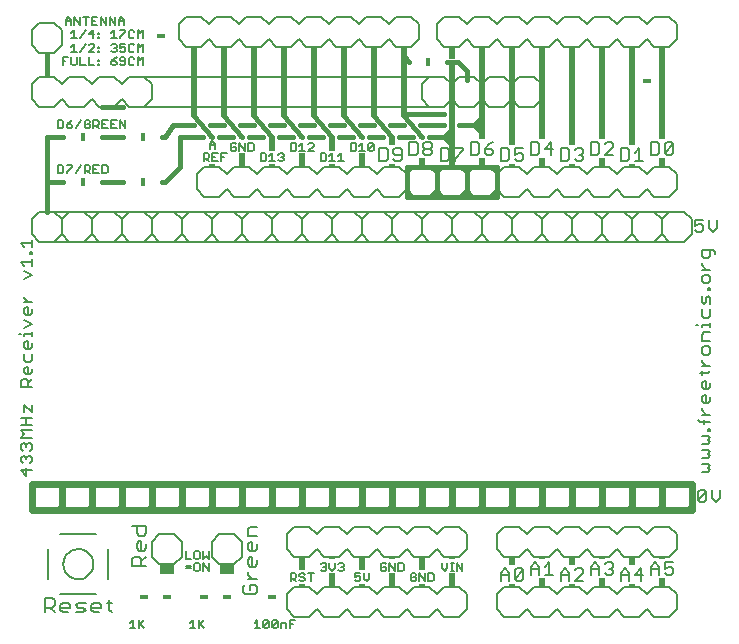
<source format=gto>
G75*
G70*
%OFA0B0*%
%FSLAX24Y24*%
%IPPOS*%
%LPD*%
%AMOC8*
5,1,8,0,0,1.08239X$1,22.5*
%
%ADD10C,0.0080*%
%ADD11R,0.0500X0.0350*%
%ADD12C,0.0050*%
%ADD13C,0.0070*%
%ADD14R,0.0200X0.0450*%
%ADD15R,0.0200X0.0100*%
%ADD16R,0.0200X0.0300*%
%ADD17R,0.0200X0.3300*%
%ADD18C,0.0220*%
%ADD19C,0.0240*%
%ADD20R,0.0200X0.3100*%
%ADD21R,0.0200X0.3400*%
%ADD22R,0.0200X0.2300*%
%ADD23C,0.0160*%
%ADD24C,0.0100*%
%ADD25R,0.0200X0.0500*%
%ADD26R,0.0200X0.0400*%
%ADD27R,0.0300X0.0180*%
%ADD28R,0.0180X0.0300*%
D10*
X001142Y001194D02*
X001142Y001675D01*
X001382Y001675D01*
X001462Y001595D01*
X001462Y001435D01*
X001382Y001354D01*
X001142Y001354D01*
X001302Y001354D02*
X001462Y001194D01*
X001657Y001274D02*
X001657Y001435D01*
X001737Y001515D01*
X001897Y001515D01*
X001977Y001435D01*
X001977Y001354D01*
X001657Y001354D01*
X001657Y001274D02*
X001737Y001194D01*
X001897Y001194D01*
X002173Y001194D02*
X002413Y001194D01*
X002493Y001274D01*
X002413Y001354D01*
X002253Y001354D01*
X002173Y001435D01*
X002253Y001515D01*
X002493Y001515D01*
X002688Y001435D02*
X002688Y001274D01*
X002769Y001194D01*
X002929Y001194D01*
X003009Y001354D02*
X002688Y001354D01*
X002688Y001435D02*
X002769Y001515D01*
X002929Y001515D01*
X003009Y001435D01*
X003009Y001354D01*
X003204Y001515D02*
X003364Y001515D01*
X003284Y001595D02*
X003284Y001274D01*
X003364Y001194D01*
X002858Y001804D02*
X001645Y001804D01*
X001252Y002316D02*
X001252Y003293D01*
X001645Y003804D02*
X002858Y003804D01*
X003252Y003293D02*
X003252Y002304D01*
X004041Y002744D02*
X004041Y002980D01*
X004120Y003058D01*
X004276Y003058D01*
X004355Y002980D01*
X004355Y002744D01*
X004512Y002744D02*
X004041Y002744D01*
X004355Y002901D02*
X004512Y003058D01*
X004702Y003054D02*
X004952Y002804D01*
X005452Y002804D01*
X005702Y003054D01*
X005702Y003554D01*
X005452Y003804D01*
X004952Y003804D01*
X004702Y003554D01*
X004702Y003054D01*
X004433Y003251D02*
X004276Y003251D01*
X004198Y003329D01*
X004198Y003486D01*
X004276Y003564D01*
X004355Y003564D01*
X004355Y003251D01*
X004433Y003251D02*
X004512Y003329D01*
X004512Y003486D01*
X004433Y003757D02*
X004276Y003757D01*
X004198Y003836D01*
X004198Y004071D01*
X004041Y004071D02*
X004512Y004071D01*
X004512Y003836D01*
X004433Y003757D01*
X004452Y004554D02*
X003952Y004554D01*
X003702Y004804D01*
X003452Y004554D01*
X002952Y004554D01*
X002702Y004804D01*
X002452Y004554D01*
X001952Y004554D01*
X001702Y004804D01*
X001452Y004554D01*
X000952Y004554D01*
X000702Y004804D01*
X000702Y005304D01*
X000952Y005554D01*
X001452Y005554D01*
X001702Y005304D01*
X001952Y005554D01*
X002452Y005554D01*
X002702Y005304D01*
X002952Y005554D01*
X003452Y005554D01*
X003702Y005304D01*
X003952Y005554D01*
X004452Y005554D01*
X004702Y005304D01*
X004952Y005554D01*
X005452Y005554D01*
X005702Y005304D01*
X005952Y005554D01*
X006452Y005554D01*
X006702Y005304D01*
X006952Y005554D01*
X007452Y005554D01*
X007702Y005304D01*
X007952Y005554D01*
X008452Y005554D01*
X008702Y005304D01*
X008952Y005554D01*
X009452Y005554D01*
X009702Y005304D01*
X009952Y005554D01*
X010452Y005554D01*
X010702Y005304D01*
X010952Y005554D01*
X011452Y005554D01*
X011702Y005304D01*
X011952Y005554D01*
X012452Y005554D01*
X012702Y005304D01*
X012952Y005554D01*
X013452Y005554D01*
X013702Y005304D01*
X013952Y005554D01*
X014452Y005554D01*
X014702Y005304D01*
X014952Y005554D01*
X015452Y005554D01*
X015702Y005304D01*
X015952Y005554D01*
X016452Y005554D01*
X016702Y005304D01*
X016952Y005554D01*
X017452Y005554D01*
X017702Y005304D01*
X017952Y005554D01*
X018452Y005554D01*
X018702Y005304D01*
X018952Y005554D01*
X019452Y005554D01*
X019702Y005304D01*
X019952Y005554D01*
X020452Y005554D01*
X020702Y005304D01*
X020952Y005554D01*
X021452Y005554D01*
X021702Y005304D01*
X021952Y005554D01*
X022452Y005554D01*
X022702Y005304D01*
X022702Y004804D01*
X022452Y004554D01*
X021952Y004554D01*
X021702Y004804D01*
X021452Y004554D01*
X020952Y004554D01*
X020702Y004804D01*
X020452Y004554D01*
X019952Y004554D01*
X019702Y004804D01*
X019452Y004554D01*
X018952Y004554D01*
X018702Y004804D01*
X018452Y004554D01*
X017952Y004554D01*
X017702Y004804D01*
X017452Y004554D01*
X016952Y004554D01*
X016702Y004804D01*
X016452Y004554D01*
X015952Y004554D01*
X015702Y004804D01*
X015452Y004554D01*
X014952Y004554D01*
X014702Y004804D01*
X014452Y004554D01*
X013952Y004554D01*
X013702Y004804D01*
X013452Y004554D01*
X012952Y004554D01*
X012702Y004804D01*
X012452Y004554D01*
X011952Y004554D01*
X011702Y004804D01*
X011452Y004554D01*
X010952Y004554D01*
X010702Y004804D01*
X010452Y004554D01*
X009952Y004554D01*
X009702Y004804D01*
X009452Y004554D01*
X008952Y004554D01*
X008702Y004804D01*
X008452Y004554D01*
X007952Y004554D01*
X007702Y004804D01*
X007452Y004554D01*
X006952Y004554D01*
X006702Y004804D01*
X006452Y004554D01*
X005952Y004554D01*
X005702Y004804D01*
X005452Y004554D01*
X004952Y004554D01*
X004702Y004804D01*
X004452Y004554D01*
X006702Y003554D02*
X006702Y003054D01*
X006952Y002804D01*
X007452Y002804D01*
X007702Y003054D01*
X007702Y003554D01*
X007452Y003804D01*
X006952Y003804D01*
X006702Y003554D01*
X007898Y003464D02*
X007898Y003308D01*
X007976Y003229D01*
X008133Y003229D01*
X008212Y003308D01*
X008212Y003464D01*
X008055Y003543D02*
X008055Y003229D01*
X008055Y003036D02*
X008055Y002723D01*
X008133Y002723D02*
X007976Y002723D01*
X007898Y002801D01*
X007898Y002958D01*
X007976Y003036D01*
X008055Y003036D01*
X008212Y002958D02*
X008212Y002801D01*
X008133Y002723D01*
X007898Y002536D02*
X007898Y002458D01*
X008055Y002301D01*
X008212Y002301D02*
X007898Y002301D01*
X007820Y002108D02*
X007741Y002030D01*
X007741Y001873D01*
X007820Y001794D01*
X008133Y001794D01*
X008212Y001873D01*
X008212Y002030D01*
X008133Y002108D01*
X007976Y002108D01*
X007976Y001951D01*
X009202Y001804D02*
X009202Y001304D01*
X009452Y001054D01*
X009952Y001054D01*
X010202Y001304D01*
X010452Y001054D01*
X010952Y001054D01*
X011202Y001304D01*
X011452Y001054D01*
X011952Y001054D01*
X012202Y001304D01*
X012452Y001054D01*
X012952Y001054D01*
X013202Y001304D01*
X013452Y001054D01*
X013952Y001054D01*
X014202Y001304D01*
X014452Y001054D01*
X014952Y001054D01*
X015202Y001304D01*
X015202Y001804D01*
X014952Y002054D01*
X014452Y002054D01*
X014202Y001804D01*
X013952Y002054D01*
X013452Y002054D01*
X013202Y001804D01*
X012952Y002054D01*
X012452Y002054D01*
X012202Y001804D01*
X011952Y002054D01*
X011452Y002054D01*
X011202Y001804D01*
X010952Y002054D01*
X010452Y002054D01*
X010202Y001804D01*
X009952Y002054D01*
X009452Y002054D01*
X009202Y001804D01*
X009452Y003054D02*
X009952Y003054D01*
X010202Y003304D01*
X010452Y003054D01*
X010952Y003054D01*
X011202Y003304D01*
X011452Y003054D01*
X011952Y003054D01*
X012202Y003304D01*
X012452Y003054D01*
X012952Y003054D01*
X013202Y003304D01*
X013452Y003054D01*
X013952Y003054D01*
X014202Y003304D01*
X014452Y003054D01*
X014952Y003054D01*
X015202Y003304D01*
X015202Y003804D01*
X014952Y004054D01*
X014452Y004054D01*
X014202Y003804D01*
X013952Y004054D01*
X013452Y004054D01*
X013202Y003804D01*
X012952Y004054D01*
X012452Y004054D01*
X012202Y003804D01*
X011952Y004054D01*
X011452Y004054D01*
X011202Y003804D01*
X010952Y004054D01*
X010452Y004054D01*
X010202Y003804D01*
X009952Y004054D01*
X009452Y004054D01*
X009202Y003804D01*
X009202Y003304D01*
X009452Y003054D01*
X008212Y003736D02*
X007898Y003736D01*
X007898Y003971D01*
X007976Y004049D01*
X008212Y004049D01*
X008055Y003543D02*
X007976Y003543D01*
X007898Y003464D01*
X001752Y002804D02*
X001754Y002848D01*
X001760Y002892D01*
X001770Y002935D01*
X001783Y002977D01*
X001800Y003018D01*
X001821Y003057D01*
X001845Y003094D01*
X001872Y003129D01*
X001902Y003161D01*
X001935Y003191D01*
X001971Y003217D01*
X002008Y003241D01*
X002048Y003260D01*
X002089Y003277D01*
X002132Y003289D01*
X002175Y003298D01*
X002219Y003303D01*
X002263Y003304D01*
X002307Y003301D01*
X002351Y003294D01*
X002394Y003283D01*
X002436Y003269D01*
X002476Y003251D01*
X002515Y003229D01*
X002551Y003205D01*
X002585Y003177D01*
X002617Y003146D01*
X002646Y003112D01*
X002672Y003076D01*
X002694Y003038D01*
X002713Y002998D01*
X002728Y002956D01*
X002740Y002914D01*
X002748Y002870D01*
X002752Y002826D01*
X002752Y002782D01*
X002748Y002738D01*
X002740Y002694D01*
X002728Y002652D01*
X002713Y002610D01*
X002694Y002570D01*
X002672Y002532D01*
X002646Y002496D01*
X002617Y002462D01*
X002585Y002431D01*
X002551Y002403D01*
X002515Y002379D01*
X002476Y002357D01*
X002436Y002339D01*
X002394Y002325D01*
X002351Y002314D01*
X002307Y002307D01*
X002263Y002304D01*
X002219Y002305D01*
X002175Y002310D01*
X002132Y002319D01*
X002089Y002331D01*
X002048Y002348D01*
X002008Y002367D01*
X001971Y002391D01*
X001935Y002417D01*
X001902Y002447D01*
X001872Y002479D01*
X001845Y002514D01*
X001821Y002551D01*
X001800Y002590D01*
X001783Y002631D01*
X001770Y002673D01*
X001760Y002716D01*
X001754Y002760D01*
X001752Y002804D01*
X000521Y005744D02*
X000521Y005998D01*
X000331Y005934D02*
X000521Y005744D01*
X000331Y005934D02*
X000712Y005934D01*
X000648Y006168D02*
X000712Y006231D01*
X000712Y006358D01*
X000648Y006421D01*
X000585Y006421D01*
X000521Y006358D01*
X000521Y006295D01*
X000521Y006358D02*
X000458Y006421D01*
X000395Y006421D01*
X000331Y006358D01*
X000331Y006231D01*
X000395Y006168D01*
X000395Y006591D02*
X000331Y006655D01*
X000331Y006782D01*
X000395Y006845D01*
X000458Y006845D01*
X000521Y006782D01*
X000585Y006845D01*
X000648Y006845D01*
X000712Y006782D01*
X000712Y006655D01*
X000648Y006591D01*
X000521Y006718D02*
X000521Y006782D01*
X000331Y007015D02*
X000458Y007142D01*
X000331Y007269D01*
X000712Y007269D01*
X000712Y007439D02*
X000331Y007439D01*
X000521Y007439D02*
X000521Y007692D01*
X000458Y007862D02*
X000458Y008116D01*
X000712Y007862D01*
X000712Y008116D01*
X000712Y007692D02*
X000331Y007692D01*
X000331Y007015D02*
X000712Y007015D01*
X000712Y008709D02*
X000331Y008709D01*
X000331Y008899D01*
X000395Y008963D01*
X000521Y008963D01*
X000585Y008899D01*
X000585Y008709D01*
X000585Y008836D02*
X000712Y008963D01*
X000648Y009133D02*
X000521Y009133D01*
X000458Y009196D01*
X000458Y009323D01*
X000521Y009386D01*
X000585Y009386D01*
X000585Y009133D01*
X000648Y009133D02*
X000712Y009196D01*
X000712Y009323D01*
X000648Y009556D02*
X000712Y009620D01*
X000712Y009810D01*
X000648Y009980D02*
X000521Y009980D01*
X000458Y010043D01*
X000458Y010170D01*
X000521Y010233D01*
X000585Y010233D01*
X000585Y009980D01*
X000648Y009980D02*
X000712Y010043D01*
X000712Y010170D01*
X000458Y009810D02*
X000458Y009620D01*
X000521Y009556D01*
X000648Y009556D01*
X000712Y010403D02*
X000712Y010530D01*
X000712Y010467D02*
X000458Y010467D01*
X000458Y010403D01*
X000331Y010467D02*
X000268Y010467D01*
X000458Y010686D02*
X000712Y010812D01*
X000458Y010939D01*
X000521Y011109D02*
X000458Y011173D01*
X000458Y011299D01*
X000521Y011363D01*
X000585Y011363D01*
X000585Y011109D01*
X000648Y011109D02*
X000521Y011109D01*
X000648Y011109D02*
X000712Y011173D01*
X000712Y011299D01*
X000712Y011533D02*
X000458Y011533D01*
X000458Y011660D02*
X000458Y011723D01*
X000458Y011660D02*
X000585Y011533D01*
X000458Y012309D02*
X000712Y012436D01*
X000458Y012563D01*
X000458Y012733D02*
X000331Y012860D01*
X000712Y012860D01*
X000712Y012986D02*
X000712Y012733D01*
X000712Y013156D02*
X000712Y013220D01*
X000648Y013220D01*
X000648Y013156D01*
X000712Y013156D01*
X000712Y013368D02*
X000712Y013622D01*
X000712Y013495D02*
X000331Y013495D01*
X000458Y013368D01*
X000702Y013804D02*
X000702Y014304D01*
X000952Y014554D01*
X001452Y014554D01*
X001702Y014304D01*
X001952Y014554D01*
X002452Y014554D01*
X002702Y014304D01*
X002952Y014554D01*
X003452Y014554D01*
X003702Y014304D01*
X003952Y014554D01*
X004452Y014554D01*
X004702Y014304D01*
X004952Y014554D01*
X005452Y014554D01*
X005702Y014304D01*
X005952Y014554D01*
X006452Y014554D01*
X006702Y014304D01*
X006952Y014554D01*
X007452Y014554D01*
X007702Y014304D01*
X007952Y014554D01*
X008452Y014554D01*
X008702Y014304D01*
X008952Y014554D01*
X009452Y014554D01*
X009702Y014304D01*
X009952Y014554D01*
X010452Y014554D01*
X010702Y014304D01*
X010952Y014554D01*
X011452Y014554D01*
X011702Y014304D01*
X011952Y014554D01*
X012452Y014554D01*
X012702Y014304D01*
X012952Y014554D01*
X013452Y014554D01*
X013702Y014304D01*
X013952Y014554D01*
X014452Y014554D01*
X014702Y014304D01*
X014952Y014554D01*
X015452Y014554D01*
X015702Y014304D01*
X015952Y014554D01*
X016452Y014554D01*
X016702Y014304D01*
X016952Y014554D01*
X017452Y014554D01*
X017702Y014304D01*
X017952Y014554D01*
X018452Y014554D01*
X018702Y014304D01*
X018952Y014554D01*
X019452Y014554D01*
X019702Y014304D01*
X019952Y014554D01*
X020452Y014554D01*
X020702Y014304D01*
X020952Y014554D01*
X021452Y014554D01*
X021702Y014304D01*
X021952Y014554D01*
X022452Y014554D01*
X022702Y014304D01*
X022702Y013804D01*
X022452Y013554D01*
X021952Y013554D01*
X021702Y013804D01*
X021452Y013554D01*
X020952Y013554D01*
X020702Y013804D01*
X020452Y013554D01*
X019952Y013554D01*
X019702Y013804D01*
X019452Y013554D01*
X018952Y013554D01*
X018702Y013804D01*
X018452Y013554D01*
X017952Y013554D01*
X017702Y013804D01*
X017452Y013554D01*
X016952Y013554D01*
X016702Y013804D01*
X016452Y013554D01*
X015952Y013554D01*
X015702Y013804D01*
X015452Y013554D01*
X014952Y013554D01*
X014702Y013804D01*
X014452Y013554D01*
X013952Y013554D01*
X013702Y013804D01*
X013452Y013554D01*
X012952Y013554D01*
X012702Y013804D01*
X012452Y013554D01*
X011952Y013554D01*
X011702Y013804D01*
X011452Y013554D01*
X010952Y013554D01*
X010702Y013804D01*
X010452Y013554D01*
X009952Y013554D01*
X009702Y013804D01*
X009452Y013554D01*
X008952Y013554D01*
X008702Y013804D01*
X008452Y013554D01*
X007952Y013554D01*
X007702Y013804D01*
X007452Y013554D01*
X006952Y013554D01*
X006702Y013804D01*
X006452Y013554D01*
X005952Y013554D01*
X005702Y013804D01*
X005452Y013554D01*
X004952Y013554D01*
X004702Y013804D01*
X004452Y013554D01*
X003952Y013554D01*
X003702Y013804D01*
X003452Y013554D01*
X002952Y013554D01*
X002702Y013804D01*
X002452Y013554D01*
X001952Y013554D01*
X001702Y013804D01*
X001452Y013554D01*
X000952Y013554D01*
X000702Y013804D01*
X001202Y013554D02*
X022052Y013554D01*
X021702Y013804D02*
X021702Y014304D01*
X022202Y014554D02*
X001202Y014554D01*
X001702Y014304D02*
X001702Y013804D01*
X002702Y013804D02*
X002702Y014304D01*
X003702Y014304D02*
X003702Y013804D01*
X004702Y013804D02*
X004702Y014304D01*
X005702Y014304D02*
X005702Y013804D01*
X006702Y013804D02*
X006702Y014304D01*
X006952Y015054D02*
X006452Y015054D01*
X006202Y015304D01*
X006202Y015804D01*
X006452Y016054D01*
X006952Y016054D01*
X007202Y015804D01*
X007452Y016054D01*
X007952Y016054D01*
X008202Y015804D01*
X008452Y016054D01*
X008952Y016054D01*
X009202Y015804D01*
X009452Y016054D01*
X009952Y016054D01*
X010202Y015804D01*
X010452Y016054D01*
X010952Y016054D01*
X011202Y015804D01*
X011452Y016054D01*
X011952Y016054D01*
X012202Y015804D01*
X012452Y016054D01*
X012952Y016054D01*
X013202Y015804D01*
X013452Y016054D01*
X013952Y016054D01*
X014202Y015804D01*
X014452Y016054D01*
X014952Y016054D01*
X015202Y015804D01*
X015452Y016054D01*
X015952Y016054D01*
X016202Y015804D01*
X016452Y016054D01*
X016952Y016054D01*
X017202Y015804D01*
X017452Y016054D01*
X017952Y016054D01*
X018202Y015804D01*
X018452Y016054D01*
X018952Y016054D01*
X019202Y015804D01*
X019452Y016054D01*
X019952Y016054D01*
X020202Y015804D01*
X020452Y016054D01*
X020952Y016054D01*
X021202Y015804D01*
X021452Y016054D01*
X021952Y016054D01*
X022202Y015804D01*
X022202Y015304D01*
X021952Y015054D01*
X021452Y015054D01*
X021202Y015304D01*
X020952Y015054D01*
X020452Y015054D01*
X020202Y015304D01*
X019952Y015054D01*
X019452Y015054D01*
X019202Y015304D01*
X018952Y015054D01*
X018452Y015054D01*
X018202Y015304D01*
X017952Y015054D01*
X017452Y015054D01*
X017202Y015304D01*
X016952Y015054D01*
X016452Y015054D01*
X016202Y015304D01*
X015952Y015054D01*
X015452Y015054D01*
X015202Y015304D01*
X014952Y015054D01*
X014452Y015054D01*
X014202Y015304D01*
X014202Y015804D01*
X014202Y015304D01*
X013952Y015054D01*
X013452Y015054D01*
X013202Y015304D01*
X012952Y015054D01*
X012452Y015054D01*
X012202Y015304D01*
X011952Y015054D01*
X011452Y015054D01*
X011202Y015304D01*
X010952Y015054D01*
X010452Y015054D01*
X010202Y015304D01*
X009952Y015054D01*
X009452Y015054D01*
X009202Y015304D01*
X008952Y015054D01*
X008452Y015054D01*
X008202Y015304D01*
X007952Y015054D01*
X007452Y015054D01*
X007202Y015304D01*
X006952Y015054D01*
X007702Y014304D02*
X007702Y013804D01*
X008702Y013804D02*
X008702Y014304D01*
X009702Y014304D02*
X009702Y013804D01*
X010702Y013804D02*
X010702Y014304D01*
X011702Y014304D02*
X011702Y013804D01*
X012702Y013804D02*
X012702Y014304D01*
X013702Y014304D02*
X013702Y013804D01*
X014702Y013804D02*
X014702Y014304D01*
X015702Y014304D02*
X015702Y013804D01*
X016702Y013804D02*
X016702Y014304D01*
X017702Y014304D02*
X017702Y013804D01*
X018702Y013804D02*
X018702Y014304D01*
X019702Y014304D02*
X019702Y013804D01*
X020702Y013804D02*
X020702Y014304D01*
X022802Y014285D02*
X022802Y014074D01*
X022942Y014145D01*
X023012Y014145D01*
X023082Y014074D01*
X023082Y013934D01*
X023012Y013864D01*
X022872Y013864D01*
X022802Y013934D01*
X022802Y014285D02*
X023082Y014285D01*
X023262Y014285D02*
X023262Y014004D01*
X023402Y013864D01*
X023542Y014004D01*
X023542Y014285D01*
X023392Y013290D02*
X023041Y013290D01*
X023041Y013080D01*
X023111Y013010D01*
X023252Y013010D01*
X023322Y013080D01*
X023322Y013290D01*
X023392Y013290D02*
X023462Y013220D01*
X023462Y013150D01*
X023041Y012836D02*
X023041Y012766D01*
X023181Y012626D01*
X023041Y012626D02*
X023322Y012626D01*
X023252Y012446D02*
X023111Y012446D01*
X023041Y012376D01*
X023041Y012236D01*
X023111Y012166D01*
X023252Y012166D01*
X023322Y012236D01*
X023322Y012376D01*
X023252Y012446D01*
X023252Y012006D02*
X023322Y012006D01*
X023322Y011936D01*
X023252Y011936D01*
X023252Y012006D01*
X023252Y011755D02*
X023181Y011685D01*
X023181Y011545D01*
X023111Y011475D01*
X023041Y011545D01*
X023041Y011755D01*
X023252Y011755D02*
X023322Y011685D01*
X023322Y011475D01*
X023322Y011295D02*
X023322Y011085D01*
X023252Y011015D01*
X023111Y011015D01*
X023041Y011085D01*
X023041Y011295D01*
X023322Y010848D02*
X023322Y010708D01*
X023322Y010778D02*
X023041Y010778D01*
X023041Y010708D01*
X022901Y010778D02*
X022831Y010778D01*
X023111Y010528D02*
X023041Y010458D01*
X023041Y010248D01*
X023322Y010248D01*
X023252Y010068D02*
X023111Y010068D01*
X023041Y009997D01*
X023041Y009857D01*
X023111Y009787D01*
X023252Y009787D01*
X023322Y009857D01*
X023322Y009997D01*
X023252Y010068D01*
X023322Y010528D02*
X023111Y010528D01*
X023041Y009614D02*
X023041Y009544D01*
X023181Y009404D01*
X023041Y009404D02*
X023322Y009404D01*
X023322Y009237D02*
X023252Y009167D01*
X022971Y009167D01*
X023041Y009097D02*
X023041Y009237D01*
X023111Y008917D02*
X023041Y008847D01*
X023041Y008706D01*
X023111Y008636D01*
X023252Y008636D01*
X023322Y008706D01*
X023322Y008847D01*
X023181Y008917D02*
X023181Y008636D01*
X023181Y008456D02*
X023181Y008176D01*
X023111Y008176D02*
X023041Y008246D01*
X023041Y008386D01*
X023111Y008456D01*
X023181Y008456D01*
X023322Y008386D02*
X023322Y008246D01*
X023252Y008176D01*
X023111Y008176D01*
X023041Y008003D02*
X023041Y007933D01*
X023181Y007792D01*
X023041Y007792D02*
X023322Y007792D01*
X023322Y007556D02*
X022971Y007556D01*
X022901Y007626D01*
X023111Y007626D02*
X023111Y007486D01*
X023252Y007325D02*
X023322Y007325D01*
X023322Y007255D01*
X023252Y007255D01*
X023252Y007325D01*
X023252Y007075D02*
X023041Y007075D01*
X023252Y007075D02*
X023322Y007005D01*
X023252Y006935D01*
X023322Y006865D01*
X023252Y006795D01*
X023041Y006795D01*
X023041Y006615D02*
X023252Y006615D01*
X023322Y006545D01*
X023252Y006475D01*
X023322Y006405D01*
X023252Y006335D01*
X023041Y006335D01*
X023041Y006155D02*
X023252Y006155D01*
X023322Y006084D01*
X023252Y006014D01*
X023322Y005944D01*
X023252Y005874D01*
X023041Y005874D01*
X022972Y005285D02*
X023112Y005285D01*
X023182Y005215D01*
X022902Y004934D01*
X022972Y004864D01*
X023112Y004864D01*
X023182Y004934D01*
X023182Y005215D01*
X023362Y005285D02*
X023362Y005004D01*
X023502Y004864D01*
X023642Y005004D01*
X023642Y005285D01*
X022972Y005285D02*
X022902Y005215D01*
X022902Y004934D01*
X021952Y004054D02*
X022202Y003804D01*
X022202Y003304D01*
X021952Y003054D01*
X021452Y003054D01*
X021202Y003304D01*
X020952Y003054D01*
X020452Y003054D01*
X020202Y003304D01*
X019952Y003054D01*
X019452Y003054D01*
X019202Y003304D01*
X018952Y003054D01*
X018452Y003054D01*
X018202Y003304D01*
X017952Y003054D01*
X017452Y003054D01*
X017202Y003304D01*
X016952Y003054D01*
X016452Y003054D01*
X016202Y003304D01*
X016202Y003804D01*
X016452Y004054D01*
X016952Y004054D01*
X017202Y003804D01*
X017452Y004054D01*
X017952Y004054D01*
X018202Y003804D01*
X018452Y004054D01*
X018952Y004054D01*
X019202Y003804D01*
X019452Y004054D01*
X019952Y004054D01*
X020202Y003804D01*
X020452Y004054D01*
X020952Y004054D01*
X021202Y003804D01*
X021452Y004054D01*
X021952Y004054D01*
X021952Y002054D02*
X021452Y002054D01*
X021202Y001804D01*
X020952Y002054D01*
X020452Y002054D01*
X020202Y001804D01*
X019952Y002054D01*
X019452Y002054D01*
X019202Y001804D01*
X018952Y002054D01*
X018452Y002054D01*
X018202Y001804D01*
X017952Y002054D01*
X017452Y002054D01*
X017202Y001804D01*
X016952Y002054D01*
X016452Y002054D01*
X016202Y001804D01*
X016202Y001304D01*
X016452Y001054D01*
X016952Y001054D01*
X017202Y001304D01*
X017452Y001054D01*
X017952Y001054D01*
X018202Y001304D01*
X018452Y001054D01*
X018952Y001054D01*
X019202Y001304D01*
X019452Y001054D01*
X019952Y001054D01*
X020202Y001304D01*
X020452Y001054D01*
X020952Y001054D01*
X021202Y001304D01*
X021452Y001054D01*
X021952Y001054D01*
X022202Y001304D01*
X022202Y001804D01*
X021952Y002054D01*
X023111Y008917D02*
X023181Y008917D01*
X017452Y018054D02*
X016952Y018054D01*
X016702Y018304D01*
X016452Y018054D01*
X015952Y018054D01*
X015702Y018304D01*
X015452Y018054D01*
X014952Y018054D01*
X014702Y018304D01*
X014452Y018054D01*
X014202Y018054D01*
X004202Y018054D01*
X003952Y018054D01*
X003702Y018304D01*
X003452Y018054D01*
X002952Y018054D01*
X002702Y018304D01*
X002452Y018054D01*
X001952Y018054D01*
X001702Y018304D01*
X001452Y018054D01*
X000952Y018054D01*
X000702Y018304D01*
X000702Y018804D01*
X000952Y019054D01*
X001452Y019054D01*
X001702Y018804D01*
X001952Y019054D01*
X002452Y019054D01*
X002702Y018804D01*
X002952Y019054D01*
X003452Y019054D01*
X003702Y018804D01*
X003952Y019054D01*
X004202Y019054D01*
X014202Y019054D01*
X014452Y019054D01*
X014702Y018804D01*
X014952Y019054D01*
X015452Y019054D01*
X015702Y018804D01*
X015952Y019054D01*
X016452Y019054D01*
X016702Y018804D01*
X016952Y019054D01*
X017452Y019054D01*
X017702Y018804D01*
X017702Y018304D01*
X017452Y018054D01*
X017452Y020054D02*
X017202Y020304D01*
X016952Y020054D01*
X016452Y020054D01*
X016202Y020304D01*
X015952Y020054D01*
X015452Y020054D01*
X015202Y020304D01*
X014952Y020054D01*
X014452Y020054D01*
X014202Y020304D01*
X014202Y020804D01*
X014452Y021054D01*
X014952Y021054D01*
X015202Y020804D01*
X015452Y021054D01*
X015952Y021054D01*
X016202Y020804D01*
X016452Y021054D01*
X016952Y021054D01*
X017202Y020804D01*
X017452Y021054D01*
X017952Y021054D01*
X018202Y020804D01*
X018452Y021054D01*
X018952Y021054D01*
X019202Y020804D01*
X019452Y021054D01*
X019952Y021054D01*
X020202Y020804D01*
X020452Y021054D01*
X020952Y021054D01*
X021202Y020804D01*
X021452Y021054D01*
X021952Y021054D01*
X022202Y020804D01*
X022202Y020304D01*
X021952Y020054D01*
X021452Y020054D01*
X021202Y020304D01*
X020952Y020054D01*
X020452Y020054D01*
X020202Y020304D01*
X019952Y020054D01*
X019452Y020054D01*
X019202Y020304D01*
X018952Y020054D01*
X018452Y020054D01*
X018202Y020304D01*
X017952Y020054D01*
X017452Y020054D01*
X014202Y019054D02*
X013952Y019054D01*
X013702Y018804D01*
X013702Y018304D01*
X013952Y018054D01*
X014202Y018054D01*
X013352Y020054D02*
X012852Y020054D01*
X012602Y020304D01*
X012352Y020054D01*
X011852Y020054D01*
X011602Y020304D01*
X011352Y020054D01*
X010852Y020054D01*
X010602Y020304D01*
X010352Y020054D01*
X009852Y020054D01*
X009602Y020304D01*
X009352Y020054D01*
X008852Y020054D01*
X008602Y020304D01*
X008352Y020054D01*
X007852Y020054D01*
X007602Y020304D01*
X007352Y020054D01*
X006852Y020054D01*
X006602Y020304D01*
X006352Y020054D01*
X005852Y020054D01*
X005602Y020304D01*
X005602Y020804D01*
X005852Y021054D01*
X006352Y021054D01*
X006602Y020804D01*
X006852Y021054D01*
X007352Y021054D01*
X007602Y020804D01*
X007852Y021054D01*
X008352Y021054D01*
X008602Y020804D01*
X008852Y021054D01*
X009352Y021054D01*
X009602Y020804D01*
X009852Y021054D01*
X010352Y021054D01*
X010602Y020804D01*
X010852Y021054D01*
X011352Y021054D01*
X011602Y020804D01*
X011852Y021054D01*
X012352Y021054D01*
X012602Y020804D01*
X012852Y021054D01*
X013352Y021054D01*
X013602Y020804D01*
X013602Y020304D01*
X013352Y020054D01*
X004702Y018804D02*
X004702Y018304D01*
X004452Y018054D01*
X004202Y018054D01*
X004702Y018804D02*
X004452Y019054D01*
X004202Y019054D01*
X001702Y020104D02*
X001702Y020604D01*
X001452Y020854D01*
X000952Y020854D01*
X000702Y020604D01*
X000702Y020104D01*
X000952Y019854D01*
X001452Y019854D01*
X001702Y020104D01*
D11*
X005202Y002629D03*
X007202Y002629D03*
D12*
X006596Y002579D02*
X006596Y002850D01*
X006596Y002979D02*
X006596Y003250D01*
X006416Y003250D02*
X006416Y002979D01*
X006506Y003069D01*
X006596Y002979D01*
X006416Y002850D02*
X006596Y002579D01*
X006416Y002579D02*
X006416Y002850D01*
X006301Y002804D02*
X006256Y002850D01*
X006166Y002850D01*
X006121Y002804D01*
X006121Y002624D01*
X006166Y002579D01*
X006256Y002579D01*
X006301Y002624D01*
X006301Y002804D01*
X006256Y002979D02*
X006166Y002979D01*
X006121Y003024D01*
X006121Y003204D01*
X006166Y003250D01*
X006256Y003250D01*
X006301Y003204D01*
X006301Y003024D01*
X006256Y002979D01*
X006007Y002979D02*
X005827Y002979D01*
X005827Y003250D01*
X005827Y002759D02*
X006007Y002759D01*
X006007Y002669D02*
X005827Y002669D01*
X006067Y000950D02*
X006067Y000679D01*
X005977Y000679D02*
X006157Y000679D01*
X006271Y000679D02*
X006271Y000950D01*
X006316Y000814D02*
X006451Y000679D01*
X006271Y000769D02*
X006451Y000950D01*
X006067Y000950D02*
X005977Y000859D01*
X004451Y000950D02*
X004271Y000769D01*
X004316Y000814D02*
X004451Y000679D01*
X004271Y000679D02*
X004271Y000950D01*
X004067Y000950D02*
X004067Y000679D01*
X003977Y000679D02*
X004157Y000679D01*
X003977Y000859D02*
X004067Y000950D01*
X008127Y000859D02*
X008217Y000950D01*
X008217Y000679D01*
X008127Y000679D02*
X008307Y000679D01*
X008421Y000724D02*
X008601Y000904D01*
X008601Y000724D01*
X008556Y000679D01*
X008466Y000679D01*
X008421Y000724D01*
X008421Y000904D01*
X008466Y000950D01*
X008556Y000950D01*
X008601Y000904D01*
X008716Y000904D02*
X008716Y000724D01*
X008896Y000904D01*
X008896Y000724D01*
X008851Y000679D01*
X008761Y000679D01*
X008716Y000724D01*
X008716Y000904D02*
X008761Y000950D01*
X008851Y000950D01*
X008896Y000904D01*
X009011Y000859D02*
X009146Y000859D01*
X009191Y000814D01*
X009191Y000679D01*
X009305Y000679D02*
X009305Y000950D01*
X009485Y000950D01*
X009395Y000814D02*
X009305Y000814D01*
X009011Y000859D02*
X009011Y000679D01*
X009327Y002229D02*
X009327Y002500D01*
X009462Y002500D01*
X009507Y002454D01*
X009507Y002364D01*
X009462Y002319D01*
X009327Y002319D01*
X009417Y002319D02*
X009507Y002229D01*
X009621Y002274D02*
X009666Y002229D01*
X009756Y002229D01*
X009801Y002274D01*
X009801Y002319D01*
X009756Y002364D01*
X009666Y002364D01*
X009621Y002409D01*
X009621Y002454D01*
X009666Y002500D01*
X009756Y002500D01*
X009801Y002454D01*
X009916Y002500D02*
X010096Y002500D01*
X010006Y002500D02*
X010006Y002229D01*
X010372Y002579D02*
X010327Y002624D01*
X010372Y002579D02*
X010462Y002579D01*
X010507Y002624D01*
X010507Y002669D01*
X010462Y002714D01*
X010417Y002714D01*
X010462Y002714D02*
X010507Y002759D01*
X010507Y002804D01*
X010462Y002850D01*
X010372Y002850D01*
X010327Y002804D01*
X010621Y002850D02*
X010621Y002669D01*
X010711Y002579D01*
X010801Y002669D01*
X010801Y002850D01*
X010916Y002804D02*
X010961Y002850D01*
X011051Y002850D01*
X011096Y002804D01*
X011096Y002759D01*
X011051Y002714D01*
X011096Y002669D01*
X011096Y002624D01*
X011051Y002579D01*
X010961Y002579D01*
X010916Y002624D01*
X011006Y002714D02*
X011051Y002714D01*
X011477Y002500D02*
X011477Y002364D01*
X011567Y002409D01*
X011612Y002409D01*
X011657Y002364D01*
X011657Y002274D01*
X011612Y002229D01*
X011522Y002229D01*
X011477Y002274D01*
X011477Y002500D02*
X011657Y002500D01*
X011771Y002500D02*
X011771Y002319D01*
X011861Y002229D01*
X011951Y002319D01*
X011951Y002500D01*
X012327Y002624D02*
X012372Y002579D01*
X012462Y002579D01*
X012507Y002624D01*
X012507Y002714D01*
X012417Y002714D01*
X012327Y002804D02*
X012327Y002624D01*
X012327Y002804D02*
X012372Y002850D01*
X012462Y002850D01*
X012507Y002804D01*
X012621Y002850D02*
X012621Y002579D01*
X012801Y002579D02*
X012621Y002850D01*
X012801Y002850D02*
X012801Y002579D01*
X012916Y002579D02*
X013051Y002579D01*
X013096Y002624D01*
X013096Y002804D01*
X013051Y002850D01*
X012916Y002850D01*
X012916Y002579D01*
X013327Y002454D02*
X013327Y002274D01*
X013372Y002229D01*
X013462Y002229D01*
X013507Y002274D01*
X013507Y002364D01*
X013417Y002364D01*
X013507Y002454D02*
X013462Y002500D01*
X013372Y002500D01*
X013327Y002454D01*
X013621Y002500D02*
X013621Y002229D01*
X013801Y002229D02*
X013621Y002500D01*
X013801Y002500D02*
X013801Y002229D01*
X013916Y002229D02*
X014051Y002229D01*
X014096Y002274D01*
X014096Y002454D01*
X014051Y002500D01*
X013916Y002500D01*
X013916Y002229D01*
X014377Y002669D02*
X014467Y002579D01*
X014557Y002669D01*
X014557Y002850D01*
X014671Y002850D02*
X014761Y002850D01*
X014716Y002850D02*
X014716Y002579D01*
X014671Y002579D02*
X014761Y002579D01*
X014868Y002579D02*
X014868Y002850D01*
X015048Y002579D01*
X015048Y002850D01*
X014377Y002850D02*
X014377Y002669D01*
X003185Y015829D02*
X003050Y015829D01*
X003050Y016100D01*
X003185Y016100D01*
X003230Y016054D01*
X003230Y015874D01*
X003185Y015829D01*
X002935Y015829D02*
X002755Y015829D01*
X002755Y016100D01*
X002935Y016100D01*
X002845Y015964D02*
X002755Y015964D01*
X002641Y015964D02*
X002596Y015919D01*
X002461Y015919D01*
X002551Y015919D02*
X002641Y015829D01*
X002641Y015964D02*
X002641Y016054D01*
X002596Y016100D01*
X002461Y016100D01*
X002461Y015829D01*
X002346Y016100D02*
X002166Y015829D01*
X002051Y016054D02*
X001871Y015874D01*
X001871Y015829D01*
X001757Y015874D02*
X001757Y016054D01*
X001712Y016100D01*
X001577Y016100D01*
X001577Y015829D01*
X001712Y015829D01*
X001757Y015874D01*
X001871Y016100D02*
X002051Y016100D01*
X002051Y016054D01*
X002006Y017329D02*
X001916Y017329D01*
X001871Y017374D01*
X001871Y017464D01*
X002006Y017464D01*
X002051Y017419D01*
X002051Y017374D01*
X002006Y017329D01*
X002166Y017329D02*
X002346Y017600D01*
X002461Y017554D02*
X002461Y017374D01*
X002506Y017329D01*
X002596Y017329D01*
X002641Y017374D01*
X002641Y017464D01*
X002551Y017464D01*
X002641Y017554D02*
X002596Y017600D01*
X002506Y017600D01*
X002461Y017554D01*
X002755Y017600D02*
X002755Y017329D01*
X002755Y017419D02*
X002890Y017419D01*
X002935Y017464D01*
X002935Y017554D01*
X002890Y017600D01*
X002755Y017600D01*
X002845Y017419D02*
X002935Y017329D01*
X003050Y017329D02*
X003230Y017329D01*
X003344Y017329D02*
X003525Y017329D01*
X003639Y017329D02*
X003639Y017600D01*
X003819Y017329D01*
X003819Y017600D01*
X003525Y017600D02*
X003344Y017600D01*
X003344Y017329D01*
X003344Y017464D02*
X003434Y017464D01*
X003230Y017600D02*
X003050Y017600D01*
X003050Y017329D01*
X003050Y017464D02*
X003140Y017464D01*
X002051Y017600D02*
X001961Y017554D01*
X001871Y017464D01*
X001757Y017374D02*
X001757Y017554D01*
X001712Y017600D01*
X001577Y017600D01*
X001577Y017329D01*
X001712Y017329D01*
X001757Y017374D01*
X001727Y019429D02*
X001727Y019700D01*
X001907Y019700D01*
X002021Y019700D02*
X002021Y019474D01*
X002066Y019429D01*
X002156Y019429D01*
X002201Y019474D01*
X002201Y019700D01*
X002316Y019700D02*
X002316Y019429D01*
X002496Y019429D01*
X002611Y019429D02*
X002791Y019429D01*
X002905Y019429D02*
X002905Y019474D01*
X002950Y019474D01*
X002950Y019429D01*
X002905Y019429D01*
X002905Y019564D02*
X002905Y019609D01*
X002950Y019609D01*
X002950Y019564D01*
X002905Y019564D01*
X002905Y019879D02*
X002905Y019924D01*
X002950Y019924D01*
X002950Y019879D01*
X002905Y019879D01*
X002791Y019879D02*
X002611Y019879D01*
X002791Y020059D01*
X002791Y020104D01*
X002746Y020150D01*
X002656Y020150D01*
X002611Y020104D01*
X002496Y020150D02*
X002316Y019879D01*
X002201Y019879D02*
X002021Y019879D01*
X002111Y019879D02*
X002111Y020150D01*
X002021Y020059D01*
X002021Y020329D02*
X002201Y020329D01*
X002111Y020329D02*
X002111Y020600D01*
X002021Y020509D01*
X002007Y020779D02*
X002007Y020959D01*
X001917Y021050D01*
X001827Y020959D01*
X001827Y020779D01*
X001827Y020914D02*
X002007Y020914D01*
X002121Y020779D02*
X002121Y021050D01*
X002301Y020779D01*
X002301Y021050D01*
X002416Y021050D02*
X002596Y021050D01*
X002506Y021050D02*
X002506Y020779D01*
X002496Y020600D02*
X002316Y020329D01*
X002611Y020464D02*
X002791Y020464D01*
X002905Y020464D02*
X002905Y020509D01*
X002950Y020509D01*
X002950Y020464D01*
X002905Y020464D01*
X002905Y020374D02*
X002905Y020329D01*
X002950Y020329D01*
X002950Y020374D01*
X002905Y020374D01*
X002746Y020329D02*
X002746Y020600D01*
X002611Y020464D01*
X002711Y020779D02*
X002891Y020779D01*
X003005Y020779D02*
X003005Y021050D01*
X003185Y020779D01*
X003185Y021050D01*
X003300Y021050D02*
X003480Y020779D01*
X003480Y021050D01*
X003594Y020959D02*
X003684Y021050D01*
X003775Y020959D01*
X003775Y020779D01*
X003775Y020914D02*
X003594Y020914D01*
X003594Y020959D02*
X003594Y020779D01*
X003642Y020600D02*
X003822Y020600D01*
X003822Y020554D01*
X003642Y020374D01*
X003642Y020329D01*
X003527Y020329D02*
X003347Y020329D01*
X003437Y020329D02*
X003437Y020600D01*
X003347Y020509D01*
X003300Y020779D02*
X003300Y021050D01*
X002891Y021050D02*
X002711Y021050D01*
X002711Y020779D01*
X002711Y020914D02*
X002801Y020914D01*
X003392Y020150D02*
X003482Y020150D01*
X003527Y020104D01*
X003527Y020059D01*
X003482Y020014D01*
X003527Y019969D01*
X003527Y019924D01*
X003482Y019879D01*
X003392Y019879D01*
X003347Y019924D01*
X003437Y020014D02*
X003482Y020014D01*
X003642Y020014D02*
X003642Y020150D01*
X003822Y020150D01*
X003777Y020059D02*
X003822Y020014D01*
X003822Y019924D01*
X003777Y019879D01*
X003687Y019879D01*
X003642Y019924D01*
X003642Y020014D02*
X003732Y020059D01*
X003777Y020059D01*
X003936Y020104D02*
X003981Y020150D01*
X004071Y020150D01*
X004117Y020104D01*
X004231Y020150D02*
X004321Y020059D01*
X004411Y020150D01*
X004411Y019879D01*
X004411Y019700D02*
X004411Y019429D01*
X004231Y019429D02*
X004231Y019700D01*
X004321Y019609D01*
X004411Y019700D01*
X004231Y019879D02*
X004231Y020150D01*
X004231Y020329D02*
X004231Y020600D01*
X004321Y020509D01*
X004411Y020600D01*
X004411Y020329D01*
X004117Y020374D02*
X004071Y020329D01*
X003981Y020329D01*
X003936Y020374D01*
X003936Y020554D01*
X003981Y020600D01*
X004071Y020600D01*
X004117Y020554D01*
X003936Y020104D02*
X003936Y019924D01*
X003981Y019879D01*
X004071Y019879D01*
X004117Y019924D01*
X004071Y019700D02*
X003981Y019700D01*
X003936Y019654D01*
X003936Y019474D01*
X003981Y019429D01*
X004071Y019429D01*
X004117Y019474D01*
X004117Y019654D02*
X004071Y019700D01*
X003822Y019654D02*
X003777Y019700D01*
X003687Y019700D01*
X003642Y019654D01*
X003642Y019609D01*
X003687Y019564D01*
X003822Y019564D01*
X003822Y019474D02*
X003822Y019654D01*
X003822Y019474D02*
X003777Y019429D01*
X003687Y019429D01*
X003642Y019474D01*
X003527Y019474D02*
X003482Y019429D01*
X003392Y019429D01*
X003347Y019474D01*
X003347Y019564D01*
X003482Y019564D01*
X003527Y019519D01*
X003527Y019474D01*
X003437Y019654D02*
X003347Y019564D01*
X003437Y019654D02*
X003527Y019700D01*
X003347Y020104D02*
X003392Y020150D01*
X002950Y020059D02*
X002950Y020014D01*
X002905Y020014D01*
X002905Y020059D01*
X002950Y020059D01*
X002611Y019700D02*
X002611Y019429D01*
X001817Y019564D02*
X001727Y019564D01*
X006427Y016500D02*
X006427Y016229D01*
X006427Y016319D02*
X006562Y016319D01*
X006607Y016364D01*
X006607Y016454D01*
X006562Y016500D01*
X006427Y016500D01*
X006517Y016319D02*
X006607Y016229D01*
X006721Y016229D02*
X006901Y016229D01*
X007016Y016229D02*
X007016Y016500D01*
X007196Y016500D01*
X007106Y016364D02*
X007016Y016364D01*
X006901Y016500D02*
X006721Y016500D01*
X006721Y016229D01*
X006721Y016364D02*
X006811Y016364D01*
X006807Y016629D02*
X006807Y016809D01*
X006717Y016900D01*
X006627Y016809D01*
X006627Y016629D01*
X006627Y016764D02*
X006807Y016764D01*
X007327Y016804D02*
X007327Y016624D01*
X007372Y016579D01*
X007462Y016579D01*
X007507Y016624D01*
X007507Y016714D01*
X007417Y016714D01*
X007507Y016804D02*
X007462Y016850D01*
X007372Y016850D01*
X007327Y016804D01*
X007621Y016850D02*
X007801Y016579D01*
X007801Y016850D01*
X007916Y016850D02*
X008051Y016850D01*
X008096Y016804D01*
X008096Y016624D01*
X008051Y016579D01*
X007916Y016579D01*
X007916Y016850D01*
X007621Y016850D02*
X007621Y016579D01*
X008327Y016500D02*
X008327Y016229D01*
X008462Y016229D01*
X008507Y016274D01*
X008507Y016454D01*
X008462Y016500D01*
X008327Y016500D01*
X008621Y016409D02*
X008711Y016500D01*
X008711Y016229D01*
X008621Y016229D02*
X008801Y016229D01*
X008916Y016274D02*
X008961Y016229D01*
X009051Y016229D01*
X009096Y016274D01*
X009096Y016319D01*
X009051Y016364D01*
X009006Y016364D01*
X009051Y016364D02*
X009096Y016409D01*
X009096Y016454D01*
X009051Y016500D01*
X008961Y016500D01*
X008916Y016454D01*
X009327Y016579D02*
X009462Y016579D01*
X009507Y016624D01*
X009507Y016804D01*
X009462Y016850D01*
X009327Y016850D01*
X009327Y016579D01*
X009621Y016579D02*
X009801Y016579D01*
X009711Y016579D02*
X009711Y016850D01*
X009621Y016759D01*
X009916Y016804D02*
X009961Y016850D01*
X010051Y016850D01*
X010096Y016804D01*
X010096Y016759D01*
X009916Y016579D01*
X010096Y016579D01*
X010327Y016500D02*
X010327Y016229D01*
X010462Y016229D01*
X010507Y016274D01*
X010507Y016454D01*
X010462Y016500D01*
X010327Y016500D01*
X010621Y016409D02*
X010711Y016500D01*
X010711Y016229D01*
X010621Y016229D02*
X010801Y016229D01*
X010916Y016229D02*
X011096Y016229D01*
X011006Y016229D02*
X011006Y016500D01*
X010916Y016409D01*
X011327Y016579D02*
X011327Y016850D01*
X011462Y016850D01*
X011507Y016804D01*
X011507Y016624D01*
X011462Y016579D01*
X011327Y016579D01*
X011621Y016579D02*
X011801Y016579D01*
X011711Y016579D02*
X011711Y016850D01*
X011621Y016759D01*
X011916Y016804D02*
X011961Y016850D01*
X012051Y016850D01*
X012096Y016804D01*
X011916Y016624D01*
X011961Y016579D01*
X012051Y016579D01*
X012096Y016624D01*
X012096Y016804D01*
X011916Y016804D02*
X011916Y016624D01*
D13*
X012287Y016670D02*
X012287Y016239D01*
X012502Y016239D01*
X012573Y016311D01*
X012573Y016598D01*
X012502Y016670D01*
X012287Y016670D01*
X012747Y016598D02*
X012747Y016526D01*
X012819Y016454D01*
X013034Y016454D01*
X013034Y016311D02*
X012962Y016239D01*
X012819Y016239D01*
X012747Y016311D01*
X013034Y016311D02*
X013034Y016598D01*
X012962Y016670D01*
X012819Y016670D01*
X012747Y016598D01*
X013287Y016439D02*
X013502Y016439D01*
X013573Y016511D01*
X013573Y016798D01*
X013502Y016870D01*
X013287Y016870D01*
X013287Y016439D01*
X013747Y016511D02*
X013747Y016583D01*
X013819Y016654D01*
X013962Y016654D01*
X014034Y016583D01*
X014034Y016511D01*
X013962Y016439D01*
X013819Y016439D01*
X013747Y016511D01*
X013819Y016654D02*
X013747Y016726D01*
X013747Y016798D01*
X013819Y016870D01*
X013962Y016870D01*
X014034Y016798D01*
X014034Y016726D01*
X013962Y016654D01*
X014337Y016670D02*
X014552Y016670D01*
X014623Y016598D01*
X014623Y016311D01*
X014552Y016239D01*
X014337Y016239D01*
X014337Y016670D01*
X014797Y016670D02*
X015084Y016670D01*
X015084Y016598D01*
X014797Y016311D01*
X014797Y016239D01*
X015337Y016439D02*
X015552Y016439D01*
X015623Y016511D01*
X015623Y016798D01*
X015552Y016870D01*
X015337Y016870D01*
X015337Y016439D01*
X015797Y016511D02*
X015869Y016439D01*
X016012Y016439D01*
X016084Y016511D01*
X016084Y016583D01*
X016012Y016654D01*
X015797Y016654D01*
X015797Y016511D01*
X015797Y016654D02*
X015940Y016798D01*
X016084Y016870D01*
X016337Y016670D02*
X016552Y016670D01*
X016623Y016598D01*
X016623Y016311D01*
X016552Y016239D01*
X016337Y016239D01*
X016337Y016670D01*
X016797Y016670D02*
X016797Y016454D01*
X016940Y016526D01*
X017012Y016526D01*
X017084Y016454D01*
X017084Y016311D01*
X017012Y016239D01*
X016869Y016239D01*
X016797Y016311D01*
X016797Y016670D02*
X017084Y016670D01*
X017337Y016870D02*
X017337Y016439D01*
X017552Y016439D01*
X017623Y016511D01*
X017623Y016798D01*
X017552Y016870D01*
X017337Y016870D01*
X017797Y016654D02*
X018084Y016654D01*
X018012Y016439D02*
X018012Y016870D01*
X017797Y016654D01*
X018337Y016670D02*
X018337Y016239D01*
X018552Y016239D01*
X018623Y016311D01*
X018623Y016598D01*
X018552Y016670D01*
X018337Y016670D01*
X018797Y016598D02*
X018869Y016670D01*
X019012Y016670D01*
X019084Y016598D01*
X019084Y016526D01*
X019012Y016454D01*
X019084Y016383D01*
X019084Y016311D01*
X019012Y016239D01*
X018869Y016239D01*
X018797Y016311D01*
X018940Y016454D02*
X019012Y016454D01*
X019337Y016439D02*
X019552Y016439D01*
X019623Y016511D01*
X019623Y016798D01*
X019552Y016870D01*
X019337Y016870D01*
X019337Y016439D01*
X019797Y016439D02*
X020084Y016726D01*
X020084Y016798D01*
X020012Y016870D01*
X019869Y016870D01*
X019797Y016798D01*
X019797Y016439D02*
X020084Y016439D01*
X020337Y016239D02*
X020552Y016239D01*
X020623Y016311D01*
X020623Y016598D01*
X020552Y016670D01*
X020337Y016670D01*
X020337Y016239D01*
X020797Y016239D02*
X021084Y016239D01*
X020940Y016239D02*
X020940Y016670D01*
X020797Y016526D01*
X021337Y016439D02*
X021337Y016870D01*
X021552Y016870D01*
X021623Y016798D01*
X021623Y016511D01*
X021552Y016439D01*
X021337Y016439D01*
X021797Y016511D02*
X022084Y016798D01*
X022084Y016511D01*
X022012Y016439D01*
X021869Y016439D01*
X021797Y016511D01*
X021797Y016798D01*
X021869Y016870D01*
X022012Y016870D01*
X022084Y016798D01*
X022084Y002870D02*
X021797Y002870D01*
X021797Y002654D01*
X021940Y002726D01*
X022012Y002726D01*
X022084Y002654D01*
X022084Y002511D01*
X022012Y002439D01*
X021869Y002439D01*
X021797Y002511D01*
X021623Y002439D02*
X021623Y002726D01*
X021480Y002870D01*
X021337Y002726D01*
X021337Y002439D01*
X021337Y002654D02*
X021623Y002654D01*
X021084Y002454D02*
X020797Y002454D01*
X021012Y002670D01*
X021012Y002239D01*
X020623Y002239D02*
X020623Y002526D01*
X020480Y002670D01*
X020337Y002526D01*
X020337Y002239D01*
X020337Y002454D02*
X020623Y002454D01*
X020084Y002511D02*
X020012Y002439D01*
X019869Y002439D01*
X019797Y002511D01*
X019623Y002439D02*
X019623Y002726D01*
X019480Y002870D01*
X019337Y002726D01*
X019337Y002439D01*
X019337Y002654D02*
X019623Y002654D01*
X019797Y002798D02*
X019869Y002870D01*
X020012Y002870D01*
X020084Y002798D01*
X020084Y002726D01*
X020012Y002654D01*
X020084Y002583D01*
X020084Y002511D01*
X020012Y002654D02*
X019940Y002654D01*
X019084Y002598D02*
X019012Y002670D01*
X018869Y002670D01*
X018797Y002598D01*
X018623Y002526D02*
X018623Y002239D01*
X018797Y002239D02*
X019084Y002526D01*
X019084Y002598D01*
X019084Y002239D02*
X018797Y002239D01*
X018623Y002454D02*
X018337Y002454D01*
X018337Y002526D02*
X018480Y002670D01*
X018623Y002526D01*
X018337Y002526D02*
X018337Y002239D01*
X018084Y002439D02*
X017797Y002439D01*
X017940Y002439D02*
X017940Y002870D01*
X017797Y002726D01*
X017623Y002726D02*
X017623Y002439D01*
X017623Y002654D02*
X017337Y002654D01*
X017337Y002726D02*
X017480Y002870D01*
X017623Y002726D01*
X017337Y002726D02*
X017337Y002439D01*
X017084Y002311D02*
X017012Y002239D01*
X016869Y002239D01*
X016797Y002311D01*
X017084Y002598D01*
X017084Y002311D01*
X017084Y002598D02*
X017012Y002670D01*
X016869Y002670D01*
X016797Y002598D01*
X016797Y002311D01*
X016623Y002239D02*
X016623Y002526D01*
X016480Y002670D01*
X016337Y002526D01*
X016337Y002239D01*
X016337Y002454D02*
X016623Y002454D01*
D14*
X014702Y002279D03*
X013702Y002829D03*
X012702Y002279D03*
X011702Y002829D03*
X010702Y002279D03*
X009702Y002829D03*
X009702Y016279D03*
X011702Y016279D03*
X007702Y016279D03*
D15*
X007702Y017004D03*
X008702Y016104D03*
X009702Y017004D03*
X010702Y016104D03*
X011702Y017004D03*
X012702Y016104D03*
X013702Y017004D03*
X014702Y016104D03*
X016702Y016104D03*
X018702Y016104D03*
X020702Y016104D03*
X021702Y003004D03*
X020702Y002104D03*
X019702Y003004D03*
X018702Y002104D03*
X017702Y003004D03*
X016702Y002104D03*
X014702Y003004D03*
X013702Y002104D03*
X012702Y003004D03*
X011702Y002104D03*
X010702Y003004D03*
X009702Y002104D03*
X006702Y016104D03*
X006702Y017004D03*
D16*
X012702Y016904D03*
X013702Y016204D03*
X015702Y016204D03*
X017702Y016204D03*
X019702Y016204D03*
X021702Y016204D03*
X020702Y002904D03*
X021702Y002204D03*
X019702Y002204D03*
X018702Y002904D03*
X017702Y002204D03*
X016702Y002904D03*
D17*
X016702Y018404D03*
X018702Y018404D03*
X020702Y018404D03*
D18*
X022702Y005484D02*
X000702Y005484D01*
X000702Y004624D02*
X022702Y004624D01*
D19*
X022702Y004654D02*
X022702Y005454D01*
X021702Y005454D02*
X021702Y004654D01*
X020702Y004654D02*
X020702Y005454D01*
X019702Y005454D02*
X019702Y004654D01*
X018702Y004654D02*
X018702Y005454D01*
X017702Y005454D02*
X017702Y004654D01*
X016702Y004654D02*
X016702Y005454D01*
X015702Y005454D02*
X015702Y004654D01*
X014702Y004654D02*
X014702Y005454D01*
X013702Y005454D02*
X013702Y004654D01*
X012702Y004654D02*
X012702Y005454D01*
X011702Y005454D02*
X011702Y004654D01*
X010702Y004654D02*
X010702Y005454D01*
X009702Y005454D02*
X009702Y004654D01*
X008702Y004654D02*
X008702Y005454D01*
X007702Y005454D02*
X007702Y004654D01*
X006702Y004654D02*
X006702Y005454D01*
X005702Y005454D02*
X005702Y004654D01*
X004702Y004654D02*
X004702Y005454D01*
X003702Y005454D02*
X003702Y004654D01*
X002702Y004654D02*
X002702Y005454D01*
X001702Y005454D02*
X001702Y004654D01*
X000702Y004654D02*
X000702Y005454D01*
D20*
X015702Y018504D03*
X017702Y018504D03*
X019702Y018504D03*
X021702Y018504D03*
D21*
X014702Y017754D03*
D22*
X013102Y018904D03*
X012102Y018904D03*
X011102Y018904D03*
X010102Y018904D03*
X009102Y018904D03*
X008102Y018904D03*
X007102Y018904D03*
X006102Y018904D03*
D23*
X006082Y017784D02*
X006722Y017034D01*
X006952Y017054D02*
X007402Y017054D01*
X007652Y017454D02*
X008102Y017454D01*
X007952Y017054D02*
X008402Y017054D01*
X008652Y017454D02*
X009102Y017454D01*
X008952Y017054D02*
X009402Y017054D01*
X009722Y017034D02*
X009082Y017784D01*
X009652Y017454D02*
X010102Y017454D01*
X009952Y017054D02*
X010402Y017054D01*
X010722Y017034D02*
X010082Y017784D01*
X010652Y017454D02*
X011102Y017454D01*
X010952Y017054D02*
X011402Y017054D01*
X011722Y017034D02*
X011082Y017784D01*
X011652Y017454D02*
X012102Y017454D01*
X011952Y017054D02*
X012402Y017054D01*
X012722Y017034D02*
X012082Y017784D01*
X012652Y017454D02*
X013102Y017454D01*
X012952Y017054D02*
X013402Y017054D01*
X013652Y017454D02*
X014452Y017454D01*
X014692Y017294D02*
X014452Y017054D01*
X014652Y016854D01*
X014652Y017004D01*
X014552Y017104D01*
X014452Y017054D02*
X014392Y017054D01*
X013952Y017054D01*
X013722Y017034D02*
X013082Y017784D01*
X013102Y017804D02*
X014452Y017804D01*
X014952Y017454D02*
X015602Y017454D01*
X015652Y017404D01*
X015652Y017254D01*
X015452Y017454D01*
X015652Y017654D01*
X015202Y018954D02*
X015202Y019254D01*
X014902Y019554D01*
X014552Y019554D01*
X013282Y019554D02*
X013102Y019754D01*
X014392Y017054D02*
X014402Y017054D01*
X014202Y016054D02*
X013202Y016054D01*
X013202Y015054D01*
X014202Y015054D01*
X014202Y016054D01*
X015202Y016054D01*
X015202Y015054D01*
X015122Y015104D02*
X015212Y015194D01*
X015212Y015184D01*
X015262Y015134D01*
X015122Y015104D02*
X015092Y015104D01*
X015222Y015904D02*
X015322Y016004D01*
X015202Y016054D02*
X016202Y016054D01*
X016202Y015054D01*
X014202Y015054D01*
X014122Y015104D02*
X014212Y015194D01*
X014212Y015184D02*
X014262Y015134D01*
X014222Y015904D02*
X014322Y016004D01*
X014222Y015904D02*
X014112Y016014D01*
X013322Y016004D02*
X013222Y015904D01*
X013212Y015184D02*
X013262Y015134D01*
X015072Y016014D02*
X015112Y016014D01*
X015222Y015904D01*
X016102Y016014D02*
X016162Y015954D01*
X016162Y015944D01*
X016132Y015134D02*
X016082Y015084D01*
X016082Y015074D01*
X008722Y017034D02*
X008082Y017784D01*
X007722Y017034D02*
X007082Y017784D01*
X007102Y017454D02*
X006652Y017454D01*
X006402Y017054D02*
X005652Y017054D01*
X005652Y016054D01*
X005152Y015554D01*
X005052Y015554D01*
X003752Y015554D02*
X003042Y015554D01*
X001752Y015554D02*
X001202Y015554D01*
X001202Y014554D01*
X001202Y015554D02*
X001202Y017054D01*
X001752Y017054D01*
X003042Y017054D02*
X003752Y017054D01*
X003752Y018054D02*
X003042Y018054D01*
X001202Y019104D02*
X001202Y019804D01*
X005052Y017054D02*
X005152Y017054D01*
X005402Y017454D01*
X006102Y017454D01*
D24*
X015202Y015894D02*
X015202Y015174D01*
X015222Y015154D01*
D25*
X010702Y016804D03*
X008702Y016804D03*
D26*
X014702Y019854D03*
D27*
X021202Y018904D03*
X005002Y020404D03*
X005202Y001704D03*
X004452Y001704D03*
X006452Y001704D03*
X007202Y001704D03*
X008702Y001704D03*
D28*
X004402Y015554D03*
X004402Y017054D03*
X002402Y017054D03*
X002402Y015554D03*
X013902Y019554D03*
M02*

</source>
